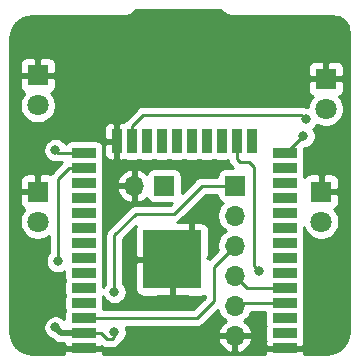
<source format=gbr>
%TF.GenerationSoftware,KiCad,Pcbnew,(5.1.6)-1*%
%TF.CreationDate,2020-09-30T20:40:37+02:00*%
%TF.ProjectId,ESP_test,4553505f-7465-4737-942e-6b696361645f,rev?*%
%TF.SameCoordinates,Original*%
%TF.FileFunction,Copper,L2,Bot*%
%TF.FilePolarity,Positive*%
%FSLAX46Y46*%
G04 Gerber Fmt 4.6, Leading zero omitted, Abs format (unit mm)*
G04 Created by KiCad (PCBNEW (5.1.6)-1) date 2020-09-30 20:40:37*
%MOMM*%
%LPD*%
G01*
G04 APERTURE LIST*
%TA.AperFunction,ComponentPad*%
%ADD10O,1.700000X1.700000*%
%TD*%
%TA.AperFunction,ComponentPad*%
%ADD11R,1.700000X1.700000*%
%TD*%
%TA.AperFunction,ComponentPad*%
%ADD12C,1.800000*%
%TD*%
%TA.AperFunction,ComponentPad*%
%ADD13R,1.800000X1.800000*%
%TD*%
%TA.AperFunction,SMDPad,CuDef*%
%ADD14R,2.000000X0.900000*%
%TD*%
%TA.AperFunction,SMDPad,CuDef*%
%ADD15R,0.900000X2.000000*%
%TD*%
%TA.AperFunction,SMDPad,CuDef*%
%ADD16R,5.000000X5.000000*%
%TD*%
%TA.AperFunction,ViaPad*%
%ADD17C,0.800000*%
%TD*%
%TA.AperFunction,Conductor*%
%ADD18C,0.500000*%
%TD*%
%TA.AperFunction,Conductor*%
%ADD19C,0.250000*%
%TD*%
%TA.AperFunction,Conductor*%
%ADD20C,0.254000*%
%TD*%
G04 APERTURE END LIST*
D10*
%TO.P,J1,6*%
%TO.N,GND*%
X139200000Y-86700000D03*
%TO.P,J1,5*%
%TO.N,TX*%
X139200000Y-84160000D03*
%TO.P,J1,4*%
%TO.N,RX*%
X139200000Y-81620000D03*
%TO.P,J1,3*%
%TO.N,EN*%
X139200000Y-79080000D03*
%TO.P,J1,2*%
%TO.N,GPIO0*%
X139200000Y-76540000D03*
D11*
%TO.P,J1,1*%
%TO.N,VCC*%
X139200000Y-74000000D03*
%TD*%
D12*
%TO.P,D4,2*%
%TO.N,Net-(D4-Pad2)*%
X146500000Y-77040000D03*
D13*
%TO.P,D4,1*%
%TO.N,GND*%
X146500000Y-74500000D03*
%TD*%
D14*
%TO.P,U1,38*%
%TO.N,GND*%
X143400000Y-87750000D03*
%TO.P,U1,37*%
%TO.N,N/C*%
X143400000Y-86480000D03*
%TO.P,U1,36*%
X143400000Y-85210000D03*
%TO.P,U1,35*%
%TO.N,TX*%
X143400000Y-83940000D03*
%TO.P,U1,34*%
%TO.N,RX*%
X143400000Y-82670000D03*
%TO.P,U1,33*%
%TO.N,N/C*%
X143400000Y-81400000D03*
%TO.P,U1,32*%
X143400000Y-80130000D03*
%TO.P,U1,31*%
X143400000Y-78860000D03*
%TO.P,U1,30*%
X143400000Y-77590000D03*
%TO.P,U1,29*%
X143400000Y-76320000D03*
%TO.P,U1,28*%
X143400000Y-75050000D03*
%TO.P,U1,27*%
X143400000Y-73780000D03*
%TO.P,U1,26*%
X143400000Y-72510000D03*
%TO.P,U1,25*%
%TO.N,GPIO0*%
X143400000Y-71240000D03*
D15*
%TO.P,U1,24*%
%TO.N,N/C*%
X140615000Y-70240000D03*
%TO.P,U1,23*%
%TO.N,LED4*%
X139345000Y-70240000D03*
%TO.P,U1,22*%
%TO.N,N/C*%
X138075000Y-70240000D03*
%TO.P,U1,21*%
X136805000Y-70240000D03*
%TO.P,U1,20*%
X135535000Y-70240000D03*
%TO.P,U1,19*%
X134265000Y-70240000D03*
%TO.P,U1,18*%
X132995000Y-70240000D03*
%TO.P,U1,17*%
X131725000Y-70240000D03*
%TO.P,U1,16*%
%TO.N,LED2*%
X130455000Y-70240000D03*
%TO.P,U1,15*%
%TO.N,GND*%
X129185000Y-70240000D03*
D14*
%TO.P,U1,14*%
%TO.N,LED*%
X126400000Y-71240000D03*
%TO.P,U1,13*%
%TO.N,LED3*%
X126400000Y-72510000D03*
%TO.P,U1,12*%
%TO.N,N/C*%
X126400000Y-73780000D03*
%TO.P,U1,11*%
X126400000Y-75050000D03*
%TO.P,U1,10*%
X126400000Y-76320000D03*
%TO.P,U1,9*%
X126400000Y-77590000D03*
%TO.P,U1,8*%
X126400000Y-78860000D03*
%TO.P,U1,7*%
X126400000Y-80130000D03*
%TO.P,U1,6*%
X126400000Y-81400000D03*
%TO.P,U1,5*%
X126400000Y-82670000D03*
%TO.P,U1,4*%
X126400000Y-83940000D03*
%TO.P,U1,3*%
%TO.N,EN*%
X126400000Y-85210000D03*
%TO.P,U1,2*%
%TO.N,VCC*%
X126400000Y-86480000D03*
%TO.P,U1,1*%
%TO.N,GND*%
X126400000Y-87750000D03*
D16*
%TO.P,U1,39*%
X133900000Y-80250000D03*
%TD*%
D12*
%TO.P,D3,2*%
%TO.N,Net-(D3-Pad2)*%
X122500000Y-77040000D03*
D13*
%TO.P,D3,1*%
%TO.N,GND*%
X122500000Y-74500000D03*
%TD*%
D12*
%TO.P,D2,2*%
%TO.N,Net-(D2-Pad2)*%
X146900000Y-67500000D03*
D13*
%TO.P,D2,1*%
%TO.N,GND*%
X146900000Y-64960000D03*
%TD*%
D12*
%TO.P,D1,2*%
%TO.N,Net-(D1-Pad2)*%
X122500000Y-67200000D03*
D13*
%TO.P,D1,1*%
%TO.N,GND*%
X122500000Y-64660000D03*
%TD*%
D10*
%TO.P,J2,2*%
%TO.N,GND*%
X130660000Y-74000000D03*
D11*
%TO.P,J2,1*%
%TO.N,Net-(C3-Pad1)*%
X133200000Y-74000000D03*
%TD*%
D17*
%TO.N,GND*%
X123800000Y-87800000D03*
X135600000Y-77000000D03*
X138000000Y-66800000D03*
X140200000Y-66600000D03*
%TO.N,GPIO0*%
X145000000Y-69800000D03*
%TO.N,VCC*%
X124000000Y-86000000D03*
X129000000Y-83000000D03*
X129000000Y-86400000D03*
%TO.N,LED*%
X124000000Y-71000000D03*
%TO.N,LED2*%
X145200000Y-68400000D03*
%TO.N,LED3*%
X124200000Y-80400000D03*
%TO.N,LED4*%
X141200000Y-81200000D03*
%TD*%
D18*
%TO.N,GND*%
X126350000Y-87800000D02*
X126400000Y-87750000D01*
X123800000Y-87800000D02*
X126350000Y-87800000D01*
X135600000Y-78550000D02*
X133900000Y-80250000D01*
X135600000Y-77000000D02*
X135600000Y-78550000D01*
D19*
X138000000Y-66800000D02*
X140000000Y-66800000D01*
X140000000Y-66800000D02*
X140200000Y-66600000D01*
%TO.N,RX*%
X140250000Y-82670000D02*
X143400000Y-82670000D01*
X139200000Y-81620000D02*
X140250000Y-82670000D01*
%TO.N,TX*%
X139200000Y-84160000D02*
X139240000Y-84160000D01*
X139460000Y-83940000D02*
X143400000Y-83940000D01*
X139240000Y-84160000D02*
X139460000Y-83940000D01*
%TO.N,GPIO0*%
X143400000Y-71240000D02*
X143560000Y-71240000D01*
X143560000Y-71240000D02*
X145000000Y-69800000D01*
D18*
%TO.N,VCC*%
X124480000Y-86480000D02*
X126400000Y-86480000D01*
X124000000Y-86000000D02*
X124480000Y-86480000D01*
D19*
X139200000Y-74000000D02*
X136400000Y-74000000D01*
X136400000Y-74000000D02*
X134000000Y-76400000D01*
X134000000Y-76400000D02*
X130800000Y-76400000D01*
X130800000Y-76400000D02*
X129000000Y-78200000D01*
X129000000Y-78200000D02*
X129000000Y-83000000D01*
X129000000Y-86400000D02*
X129000000Y-86800000D01*
X129000000Y-86800000D02*
X128800000Y-87000000D01*
X128800000Y-87000000D02*
X128400000Y-87000000D01*
X127880000Y-86480000D02*
X126400000Y-86480000D01*
X128400000Y-87000000D02*
X127880000Y-86480000D01*
%TO.N,LED*%
X126400000Y-71240000D02*
X124240000Y-71240000D01*
X124240000Y-71240000D02*
X124000000Y-71000000D01*
%TO.N,EN*%
X134525002Y-85210000D02*
X134535002Y-85200000D01*
X126400000Y-85210000D02*
X134525002Y-85210000D01*
X134535002Y-85200000D02*
X136000000Y-85200000D01*
X136000000Y-85200000D02*
X137400000Y-83800000D01*
X137400000Y-80880000D02*
X139200000Y-79080000D01*
X137400000Y-83800000D02*
X137400000Y-80880000D01*
%TO.N,LED2*%
X130455000Y-68990000D02*
X131445000Y-68000000D01*
X130455000Y-70240000D02*
X130455000Y-68990000D01*
X131445000Y-68000000D02*
X144800000Y-68000000D01*
X144800000Y-68000000D02*
X145200000Y-68400000D01*
%TO.N,LED3*%
X125150000Y-72510000D02*
X124200000Y-73460000D01*
X126400000Y-72510000D02*
X125150000Y-72510000D01*
X124200000Y-73460000D02*
X124200000Y-80400000D01*
%TO.N,LED4*%
X139345000Y-71745000D02*
X139345000Y-70240000D01*
X140800000Y-80800000D02*
X140800000Y-72400000D01*
X141200000Y-81200000D02*
X140800000Y-80800000D01*
X140800000Y-72400000D02*
X140400000Y-72000000D01*
X139600000Y-72000000D02*
X139345000Y-71745000D01*
X140400000Y-72000000D02*
X139600000Y-72000000D01*
%TD*%
D20*
%TO.N,GND*%
G36*
X138027753Y-59188356D02*
G01*
X138070209Y-59230517D01*
X138112054Y-59273247D01*
X138119154Y-59279121D01*
X138240148Y-59377801D01*
X138289983Y-59410911D01*
X138339329Y-59444699D01*
X138347435Y-59449082D01*
X138485293Y-59522382D01*
X138540564Y-59545163D01*
X138595581Y-59568744D01*
X138604380Y-59571467D01*
X138604386Y-59571469D01*
X138753854Y-59616595D01*
X138812519Y-59628211D01*
X138871043Y-59640651D01*
X138880208Y-59641614D01*
X139035594Y-59656850D01*
X139035598Y-59656850D01*
X139067581Y-59660000D01*
X147467721Y-59660000D01*
X147759659Y-59688625D01*
X148009429Y-59764035D01*
X148239792Y-59886522D01*
X148441980Y-60051422D01*
X148608286Y-60252450D01*
X148732378Y-60481954D01*
X148809531Y-60731195D01*
X148840000Y-61021089D01*
X148840001Y-86367711D01*
X148801853Y-86756776D01*
X148698238Y-87099964D01*
X148529939Y-87416489D01*
X148303365Y-87694296D01*
X148027146Y-87922805D01*
X147711803Y-88093310D01*
X147369344Y-88199319D01*
X146982288Y-88240000D01*
X145034132Y-88240000D01*
X145038072Y-88200000D01*
X145035000Y-88035750D01*
X144876250Y-87877000D01*
X143527000Y-87877000D01*
X143527000Y-87897000D01*
X143273000Y-87897000D01*
X143273000Y-87877000D01*
X141923750Y-87877000D01*
X141765000Y-88035750D01*
X141761928Y-88200000D01*
X141765868Y-88240000D01*
X128034132Y-88240000D01*
X128038072Y-88200000D01*
X128035000Y-88035750D01*
X127876250Y-87877000D01*
X126527000Y-87877000D01*
X126527000Y-87897000D01*
X126273000Y-87897000D01*
X126273000Y-87877000D01*
X124923750Y-87877000D01*
X124765000Y-88035750D01*
X124761928Y-88200000D01*
X124765868Y-88240000D01*
X122032279Y-88240000D01*
X121643224Y-88201853D01*
X121300036Y-88098238D01*
X120983511Y-87929939D01*
X120705704Y-87703365D01*
X120477195Y-87427146D01*
X120306690Y-87111803D01*
X120200681Y-86769344D01*
X120160000Y-86382288D01*
X120160000Y-75400000D01*
X120961928Y-75400000D01*
X120974188Y-75524482D01*
X121010498Y-75644180D01*
X121069463Y-75754494D01*
X121148815Y-75851185D01*
X121245506Y-75930537D01*
X121355820Y-75989502D01*
X121374127Y-75995056D01*
X121307688Y-76061495D01*
X121139701Y-76312905D01*
X121023989Y-76592257D01*
X120965000Y-76888816D01*
X120965000Y-77191184D01*
X121023989Y-77487743D01*
X121139701Y-77767095D01*
X121307688Y-78018505D01*
X121521495Y-78232312D01*
X121772905Y-78400299D01*
X122052257Y-78516011D01*
X122348816Y-78575000D01*
X122651184Y-78575000D01*
X122947743Y-78516011D01*
X123227095Y-78400299D01*
X123440001Y-78258040D01*
X123440001Y-79696288D01*
X123396063Y-79740226D01*
X123282795Y-79909744D01*
X123204774Y-80098102D01*
X123165000Y-80298061D01*
X123165000Y-80501939D01*
X123204774Y-80701898D01*
X123282795Y-80890256D01*
X123396063Y-81059774D01*
X123540226Y-81203937D01*
X123709744Y-81317205D01*
X123898102Y-81395226D01*
X124098061Y-81435000D01*
X124301939Y-81435000D01*
X124501898Y-81395226D01*
X124690256Y-81317205D01*
X124761928Y-81269315D01*
X124761928Y-81850000D01*
X124774188Y-81974482D01*
X124792546Y-82035000D01*
X124774188Y-82095518D01*
X124761928Y-82220000D01*
X124761928Y-83120000D01*
X124774188Y-83244482D01*
X124792546Y-83305000D01*
X124774188Y-83365518D01*
X124761928Y-83490000D01*
X124761928Y-84390000D01*
X124774188Y-84514482D01*
X124792546Y-84575000D01*
X124774188Y-84635518D01*
X124761928Y-84760000D01*
X124761928Y-85298217D01*
X124659774Y-85196063D01*
X124490256Y-85082795D01*
X124301898Y-85004774D01*
X124101939Y-84965000D01*
X123898061Y-84965000D01*
X123698102Y-85004774D01*
X123509744Y-85082795D01*
X123340226Y-85196063D01*
X123196063Y-85340226D01*
X123082795Y-85509744D01*
X123004774Y-85698102D01*
X122965000Y-85898061D01*
X122965000Y-86101939D01*
X123004774Y-86301898D01*
X123082795Y-86490256D01*
X123196063Y-86659774D01*
X123340226Y-86803937D01*
X123509744Y-86917205D01*
X123698102Y-86995226D01*
X123754957Y-87006535D01*
X123823466Y-87075044D01*
X123851183Y-87108817D01*
X123985941Y-87219411D01*
X124003887Y-87229003D01*
X124139686Y-87301589D01*
X124266312Y-87340001D01*
X124306510Y-87352195D01*
X124436523Y-87365000D01*
X124436531Y-87365000D01*
X124480000Y-87369281D01*
X124523469Y-87365000D01*
X124763144Y-87365000D01*
X124765000Y-87464250D01*
X124923750Y-87623000D01*
X126273000Y-87623000D01*
X126273000Y-87603000D01*
X126527000Y-87603000D01*
X126527000Y-87623000D01*
X127876250Y-87623000D01*
X127914512Y-87584738D01*
X127975723Y-87634974D01*
X128107753Y-87705546D01*
X128251014Y-87749003D01*
X128362667Y-87760000D01*
X128362676Y-87760000D01*
X128399999Y-87763676D01*
X128437322Y-87760000D01*
X128762678Y-87760000D01*
X128800000Y-87763676D01*
X128837322Y-87760000D01*
X128837333Y-87760000D01*
X128948986Y-87749003D01*
X129092247Y-87705546D01*
X129224276Y-87634974D01*
X129340001Y-87540001D01*
X129363804Y-87510997D01*
X129510997Y-87363804D01*
X129540001Y-87340001D01*
X129634974Y-87224276D01*
X129638107Y-87218414D01*
X129659774Y-87203937D01*
X129803937Y-87059774D01*
X129805864Y-87056890D01*
X137758524Y-87056890D01*
X137803175Y-87204099D01*
X137928359Y-87466920D01*
X138102412Y-87700269D01*
X138318645Y-87895178D01*
X138568748Y-88044157D01*
X138843109Y-88141481D01*
X139073000Y-88020814D01*
X139073000Y-86827000D01*
X139327000Y-86827000D01*
X139327000Y-88020814D01*
X139556891Y-88141481D01*
X139831252Y-88044157D01*
X140081355Y-87895178D01*
X140297588Y-87700269D01*
X140471641Y-87466920D01*
X140596825Y-87204099D01*
X140641476Y-87056890D01*
X140520155Y-86827000D01*
X139327000Y-86827000D01*
X139073000Y-86827000D01*
X137879845Y-86827000D01*
X137758524Y-87056890D01*
X129805864Y-87056890D01*
X129917205Y-86890256D01*
X129995226Y-86701898D01*
X130035000Y-86501939D01*
X130035000Y-86298061D01*
X129995226Y-86098102D01*
X129942164Y-85970000D01*
X134487680Y-85970000D01*
X134525002Y-85973676D01*
X134562324Y-85970000D01*
X134562335Y-85970000D01*
X134663865Y-85960000D01*
X135962678Y-85960000D01*
X136000000Y-85963676D01*
X136037322Y-85960000D01*
X136037333Y-85960000D01*
X136148986Y-85949003D01*
X136292247Y-85905546D01*
X136424276Y-85834974D01*
X136540001Y-85740001D01*
X136563804Y-85710997D01*
X137757066Y-84517736D01*
X137772068Y-84593158D01*
X137884010Y-84863411D01*
X138046525Y-85106632D01*
X138253368Y-85313475D01*
X138435534Y-85435195D01*
X138318645Y-85504822D01*
X138102412Y-85699731D01*
X137928359Y-85933080D01*
X137803175Y-86195901D01*
X137758524Y-86343110D01*
X137879845Y-86573000D01*
X139073000Y-86573000D01*
X139073000Y-86553000D01*
X139327000Y-86553000D01*
X139327000Y-86573000D01*
X140520155Y-86573000D01*
X140641476Y-86343110D01*
X140596825Y-86195901D01*
X140471641Y-85933080D01*
X140297588Y-85699731D01*
X140081355Y-85504822D01*
X139964466Y-85435195D01*
X140146632Y-85313475D01*
X140353475Y-85106632D01*
X140515990Y-84863411D01*
X140583677Y-84700000D01*
X141767837Y-84700000D01*
X141761928Y-84760000D01*
X141761928Y-85660000D01*
X141774188Y-85784482D01*
X141792546Y-85845000D01*
X141774188Y-85905518D01*
X141761928Y-86030000D01*
X141761928Y-86930000D01*
X141774188Y-87054482D01*
X141792546Y-87115000D01*
X141774188Y-87175518D01*
X141761928Y-87300000D01*
X141765000Y-87464250D01*
X141923750Y-87623000D01*
X143273000Y-87623000D01*
X143273000Y-87603000D01*
X143527000Y-87603000D01*
X143527000Y-87623000D01*
X144876250Y-87623000D01*
X145035000Y-87464250D01*
X145038072Y-87300000D01*
X145025812Y-87175518D01*
X145007454Y-87115000D01*
X145025812Y-87054482D01*
X145038072Y-86930000D01*
X145038072Y-86030000D01*
X145025812Y-85905518D01*
X145007454Y-85845000D01*
X145025812Y-85784482D01*
X145038072Y-85660000D01*
X145038072Y-84760000D01*
X145025812Y-84635518D01*
X145007454Y-84575000D01*
X145025812Y-84514482D01*
X145038072Y-84390000D01*
X145038072Y-83490000D01*
X145025812Y-83365518D01*
X145007454Y-83305000D01*
X145025812Y-83244482D01*
X145038072Y-83120000D01*
X145038072Y-82220000D01*
X145025812Y-82095518D01*
X145007454Y-82035000D01*
X145025812Y-81974482D01*
X145038072Y-81850000D01*
X145038072Y-80950000D01*
X145025812Y-80825518D01*
X145007454Y-80765000D01*
X145025812Y-80704482D01*
X145038072Y-80580000D01*
X145038072Y-79680000D01*
X145025812Y-79555518D01*
X145007454Y-79495000D01*
X145025812Y-79434482D01*
X145038072Y-79310000D01*
X145038072Y-78410000D01*
X145025812Y-78285518D01*
X145007454Y-78225000D01*
X145025812Y-78164482D01*
X145038072Y-78040000D01*
X145038072Y-77521742D01*
X145139701Y-77767095D01*
X145307688Y-78018505D01*
X145521495Y-78232312D01*
X145772905Y-78400299D01*
X146052257Y-78516011D01*
X146348816Y-78575000D01*
X146651184Y-78575000D01*
X146947743Y-78516011D01*
X147227095Y-78400299D01*
X147478505Y-78232312D01*
X147692312Y-78018505D01*
X147860299Y-77767095D01*
X147976011Y-77487743D01*
X148035000Y-77191184D01*
X148035000Y-76888816D01*
X147976011Y-76592257D01*
X147860299Y-76312905D01*
X147692312Y-76061495D01*
X147625873Y-75995056D01*
X147644180Y-75989502D01*
X147754494Y-75930537D01*
X147851185Y-75851185D01*
X147930537Y-75754494D01*
X147989502Y-75644180D01*
X148025812Y-75524482D01*
X148038072Y-75400000D01*
X148035000Y-74785750D01*
X147876250Y-74627000D01*
X146627000Y-74627000D01*
X146627000Y-74647000D01*
X146373000Y-74647000D01*
X146373000Y-74627000D01*
X146353000Y-74627000D01*
X146353000Y-74373000D01*
X146373000Y-74373000D01*
X146373000Y-73123750D01*
X146627000Y-73123750D01*
X146627000Y-74373000D01*
X147876250Y-74373000D01*
X148035000Y-74214250D01*
X148038072Y-73600000D01*
X148025812Y-73475518D01*
X147989502Y-73355820D01*
X147930537Y-73245506D01*
X147851185Y-73148815D01*
X147754494Y-73069463D01*
X147644180Y-73010498D01*
X147524482Y-72974188D01*
X147400000Y-72961928D01*
X146785750Y-72965000D01*
X146627000Y-73123750D01*
X146373000Y-73123750D01*
X146214250Y-72965000D01*
X145600000Y-72961928D01*
X145475518Y-72974188D01*
X145355820Y-73010498D01*
X145245506Y-73069463D01*
X145148815Y-73148815D01*
X145069463Y-73245506D01*
X145035929Y-73308242D01*
X145025812Y-73205518D01*
X145007454Y-73145000D01*
X145025812Y-73084482D01*
X145038072Y-72960000D01*
X145038072Y-72060000D01*
X145025812Y-71935518D01*
X145007454Y-71875000D01*
X145025812Y-71814482D01*
X145038072Y-71690000D01*
X145038072Y-70836730D01*
X145039802Y-70835000D01*
X145101939Y-70835000D01*
X145301898Y-70795226D01*
X145490256Y-70717205D01*
X145659774Y-70603937D01*
X145803937Y-70459774D01*
X145917205Y-70290256D01*
X145995226Y-70101898D01*
X146035000Y-69901939D01*
X146035000Y-69698061D01*
X145995226Y-69498102D01*
X145917205Y-69309744D01*
X145850602Y-69210065D01*
X145859774Y-69203937D01*
X146003937Y-69059774D01*
X146117205Y-68890256D01*
X146138998Y-68837643D01*
X146172905Y-68860299D01*
X146452257Y-68976011D01*
X146748816Y-69035000D01*
X147051184Y-69035000D01*
X147347743Y-68976011D01*
X147627095Y-68860299D01*
X147878505Y-68692312D01*
X148092312Y-68478505D01*
X148260299Y-68227095D01*
X148376011Y-67947743D01*
X148435000Y-67651184D01*
X148435000Y-67348816D01*
X148376011Y-67052257D01*
X148260299Y-66772905D01*
X148092312Y-66521495D01*
X148025873Y-66455056D01*
X148044180Y-66449502D01*
X148154494Y-66390537D01*
X148251185Y-66311185D01*
X148330537Y-66214494D01*
X148389502Y-66104180D01*
X148425812Y-65984482D01*
X148438072Y-65860000D01*
X148435000Y-65245750D01*
X148276250Y-65087000D01*
X147027000Y-65087000D01*
X147027000Y-65107000D01*
X146773000Y-65107000D01*
X146773000Y-65087000D01*
X145523750Y-65087000D01*
X145365000Y-65245750D01*
X145361928Y-65860000D01*
X145374188Y-65984482D01*
X145410498Y-66104180D01*
X145469463Y-66214494D01*
X145548815Y-66311185D01*
X145645506Y-66390537D01*
X145755820Y-66449502D01*
X145774127Y-66455056D01*
X145707688Y-66521495D01*
X145539701Y-66772905D01*
X145423989Y-67052257D01*
X145365000Y-67348816D01*
X145365000Y-67377544D01*
X145301939Y-67365000D01*
X145224227Y-67365000D01*
X145092247Y-67294454D01*
X144948986Y-67250997D01*
X144837333Y-67240000D01*
X144837322Y-67240000D01*
X144800000Y-67236324D01*
X144762678Y-67240000D01*
X131482322Y-67240000D01*
X131444999Y-67236324D01*
X131407676Y-67240000D01*
X131407667Y-67240000D01*
X131296014Y-67250997D01*
X131152753Y-67294454D01*
X131020724Y-67365026D01*
X131020722Y-67365027D01*
X131020723Y-67365027D01*
X130933996Y-67436201D01*
X130933992Y-67436205D01*
X130904999Y-67459999D01*
X130881205Y-67488992D01*
X129943998Y-68426201D01*
X129915000Y-68449999D01*
X129891202Y-68478997D01*
X129891201Y-68478998D01*
X129820026Y-68565724D01*
X129789288Y-68623230D01*
X129759482Y-68614188D01*
X129635000Y-68601928D01*
X129470750Y-68605000D01*
X129312000Y-68763750D01*
X129312000Y-70113000D01*
X129332000Y-70113000D01*
X129332000Y-70367000D01*
X129312000Y-70367000D01*
X129312000Y-71716250D01*
X129470750Y-71875000D01*
X129635000Y-71878072D01*
X129759482Y-71865812D01*
X129820000Y-71847454D01*
X129880518Y-71865812D01*
X130005000Y-71878072D01*
X130905000Y-71878072D01*
X131029482Y-71865812D01*
X131090000Y-71847454D01*
X131150518Y-71865812D01*
X131275000Y-71878072D01*
X132175000Y-71878072D01*
X132299482Y-71865812D01*
X132360000Y-71847454D01*
X132420518Y-71865812D01*
X132545000Y-71878072D01*
X133445000Y-71878072D01*
X133569482Y-71865812D01*
X133630000Y-71847454D01*
X133690518Y-71865812D01*
X133815000Y-71878072D01*
X134715000Y-71878072D01*
X134839482Y-71865812D01*
X134900000Y-71847454D01*
X134960518Y-71865812D01*
X135085000Y-71878072D01*
X135985000Y-71878072D01*
X136109482Y-71865812D01*
X136170000Y-71847454D01*
X136230518Y-71865812D01*
X136355000Y-71878072D01*
X137255000Y-71878072D01*
X137379482Y-71865812D01*
X137440000Y-71847454D01*
X137500518Y-71865812D01*
X137625000Y-71878072D01*
X138525000Y-71878072D01*
X138593763Y-71871300D01*
X138595997Y-71893985D01*
X138628156Y-72000000D01*
X138639454Y-72037246D01*
X138710026Y-72169276D01*
X138749811Y-72217754D01*
X138804999Y-72285001D01*
X138834002Y-72308803D01*
X139036200Y-72511002D01*
X139036960Y-72511928D01*
X138350000Y-72511928D01*
X138225518Y-72524188D01*
X138105820Y-72560498D01*
X137995506Y-72619463D01*
X137898815Y-72698815D01*
X137819463Y-72795506D01*
X137760498Y-72905820D01*
X137724188Y-73025518D01*
X137711928Y-73150000D01*
X137711928Y-73240000D01*
X136437333Y-73240000D01*
X136400000Y-73236323D01*
X136362667Y-73240000D01*
X136251014Y-73250997D01*
X136107753Y-73294454D01*
X135975724Y-73365026D01*
X135859999Y-73459999D01*
X135836201Y-73488997D01*
X134688072Y-74637126D01*
X134688072Y-73150000D01*
X134675812Y-73025518D01*
X134639502Y-72905820D01*
X134580537Y-72795506D01*
X134501185Y-72698815D01*
X134404494Y-72619463D01*
X134294180Y-72560498D01*
X134174482Y-72524188D01*
X134050000Y-72511928D01*
X132350000Y-72511928D01*
X132225518Y-72524188D01*
X132105820Y-72560498D01*
X131995506Y-72619463D01*
X131898815Y-72698815D01*
X131819463Y-72795506D01*
X131760498Y-72905820D01*
X131736034Y-72986466D01*
X131660269Y-72902412D01*
X131426920Y-72728359D01*
X131164099Y-72603175D01*
X131016890Y-72558524D01*
X130787000Y-72679845D01*
X130787000Y-73873000D01*
X130807000Y-73873000D01*
X130807000Y-74127000D01*
X130787000Y-74127000D01*
X130787000Y-75320155D01*
X131016890Y-75441476D01*
X131164099Y-75396825D01*
X131426920Y-75271641D01*
X131660269Y-75097588D01*
X131736034Y-75013534D01*
X131760498Y-75094180D01*
X131819463Y-75204494D01*
X131898815Y-75301185D01*
X131995506Y-75380537D01*
X132105820Y-75439502D01*
X132225518Y-75475812D01*
X132350000Y-75488072D01*
X133837127Y-75488072D01*
X133685199Y-75640000D01*
X130837322Y-75640000D01*
X130799999Y-75636324D01*
X130762676Y-75640000D01*
X130762667Y-75640000D01*
X130651014Y-75650997D01*
X130507753Y-75694454D01*
X130375724Y-75765026D01*
X130375722Y-75765027D01*
X130375723Y-75765027D01*
X130288996Y-75836201D01*
X130288992Y-75836205D01*
X130259999Y-75859999D01*
X130236205Y-75888992D01*
X128489002Y-77636197D01*
X128459999Y-77659999D01*
X128404871Y-77727174D01*
X128365026Y-77775724D01*
X128360502Y-77784188D01*
X128294454Y-77907754D01*
X128250997Y-78051015D01*
X128240000Y-78162668D01*
X128240000Y-78162678D01*
X128236324Y-78200000D01*
X128240000Y-78237323D01*
X128240001Y-82296288D01*
X128196063Y-82340226D01*
X128082795Y-82509744D01*
X128038072Y-82617714D01*
X128038072Y-82220000D01*
X128025812Y-82095518D01*
X128007454Y-82035000D01*
X128025812Y-81974482D01*
X128038072Y-81850000D01*
X128038072Y-80950000D01*
X128025812Y-80825518D01*
X128007454Y-80765000D01*
X128025812Y-80704482D01*
X128038072Y-80580000D01*
X128038072Y-79680000D01*
X128025812Y-79555518D01*
X128007454Y-79495000D01*
X128025812Y-79434482D01*
X128038072Y-79310000D01*
X128038072Y-78410000D01*
X128025812Y-78285518D01*
X128007454Y-78225000D01*
X128025812Y-78164482D01*
X128038072Y-78040000D01*
X128038072Y-77140000D01*
X128025812Y-77015518D01*
X128007454Y-76955000D01*
X128025812Y-76894482D01*
X128038072Y-76770000D01*
X128038072Y-75870000D01*
X128025812Y-75745518D01*
X128007454Y-75685000D01*
X128025812Y-75624482D01*
X128038072Y-75500000D01*
X128038072Y-74600000D01*
X128025812Y-74475518D01*
X128007454Y-74415000D01*
X128025081Y-74356891D01*
X129218519Y-74356891D01*
X129315843Y-74631252D01*
X129464822Y-74881355D01*
X129659731Y-75097588D01*
X129893080Y-75271641D01*
X130155901Y-75396825D01*
X130303110Y-75441476D01*
X130533000Y-75320155D01*
X130533000Y-74127000D01*
X129339186Y-74127000D01*
X129218519Y-74356891D01*
X128025081Y-74356891D01*
X128025812Y-74354482D01*
X128038072Y-74230000D01*
X128038072Y-73643109D01*
X129218519Y-73643109D01*
X129339186Y-73873000D01*
X130533000Y-73873000D01*
X130533000Y-72679845D01*
X130303110Y-72558524D01*
X130155901Y-72603175D01*
X129893080Y-72728359D01*
X129659731Y-72902412D01*
X129464822Y-73118645D01*
X129315843Y-73368748D01*
X129218519Y-73643109D01*
X128038072Y-73643109D01*
X128038072Y-73330000D01*
X128025812Y-73205518D01*
X128007454Y-73145000D01*
X128025812Y-73084482D01*
X128038072Y-72960000D01*
X128038072Y-72060000D01*
X128025812Y-71935518D01*
X128007454Y-71875000D01*
X128025812Y-71814482D01*
X128038072Y-71690000D01*
X128038072Y-71240000D01*
X128096928Y-71240000D01*
X128109188Y-71364482D01*
X128145498Y-71484180D01*
X128204463Y-71594494D01*
X128283815Y-71691185D01*
X128380506Y-71770537D01*
X128490820Y-71829502D01*
X128610518Y-71865812D01*
X128735000Y-71878072D01*
X128899250Y-71875000D01*
X129058000Y-71716250D01*
X129058000Y-70367000D01*
X128258750Y-70367000D01*
X128100000Y-70525750D01*
X128096928Y-71240000D01*
X128038072Y-71240000D01*
X128038072Y-70790000D01*
X128025812Y-70665518D01*
X127989502Y-70545820D01*
X127930537Y-70435506D01*
X127851185Y-70338815D01*
X127754494Y-70259463D01*
X127644180Y-70200498D01*
X127524482Y-70164188D01*
X127400000Y-70151928D01*
X125400000Y-70151928D01*
X125275518Y-70164188D01*
X125155820Y-70200498D01*
X125045506Y-70259463D01*
X124948815Y-70338815D01*
X124869463Y-70435506D01*
X124868635Y-70437054D01*
X124803937Y-70340226D01*
X124659774Y-70196063D01*
X124490256Y-70082795D01*
X124301898Y-70004774D01*
X124101939Y-69965000D01*
X123898061Y-69965000D01*
X123698102Y-70004774D01*
X123509744Y-70082795D01*
X123340226Y-70196063D01*
X123196063Y-70340226D01*
X123082795Y-70509744D01*
X123004774Y-70698102D01*
X122965000Y-70898061D01*
X122965000Y-71101939D01*
X123004774Y-71301898D01*
X123082795Y-71490256D01*
X123196063Y-71659774D01*
X123340226Y-71803937D01*
X123509744Y-71917205D01*
X123698102Y-71995226D01*
X123898061Y-72035000D01*
X124101939Y-72035000D01*
X124277897Y-72000000D01*
X124585198Y-72000000D01*
X123689002Y-72896196D01*
X123659999Y-72919999D01*
X123624054Y-72963799D01*
X123597380Y-72996301D01*
X123524482Y-72974188D01*
X123400000Y-72961928D01*
X122785750Y-72965000D01*
X122627000Y-73123750D01*
X122627000Y-74373000D01*
X122647000Y-74373000D01*
X122647000Y-74627000D01*
X122627000Y-74627000D01*
X122627000Y-74647000D01*
X122373000Y-74647000D01*
X122373000Y-74627000D01*
X121123750Y-74627000D01*
X120965000Y-74785750D01*
X120961928Y-75400000D01*
X120160000Y-75400000D01*
X120160000Y-73600000D01*
X120961928Y-73600000D01*
X120965000Y-74214250D01*
X121123750Y-74373000D01*
X122373000Y-74373000D01*
X122373000Y-73123750D01*
X122214250Y-72965000D01*
X121600000Y-72961928D01*
X121475518Y-72974188D01*
X121355820Y-73010498D01*
X121245506Y-73069463D01*
X121148815Y-73148815D01*
X121069463Y-73245506D01*
X121010498Y-73355820D01*
X120974188Y-73475518D01*
X120961928Y-73600000D01*
X120160000Y-73600000D01*
X120160000Y-69240000D01*
X128096928Y-69240000D01*
X128100000Y-69954250D01*
X128258750Y-70113000D01*
X129058000Y-70113000D01*
X129058000Y-68763750D01*
X128899250Y-68605000D01*
X128735000Y-68601928D01*
X128610518Y-68614188D01*
X128490820Y-68650498D01*
X128380506Y-68709463D01*
X128283815Y-68788815D01*
X128204463Y-68885506D01*
X128145498Y-68995820D01*
X128109188Y-69115518D01*
X128096928Y-69240000D01*
X120160000Y-69240000D01*
X120160000Y-65560000D01*
X120961928Y-65560000D01*
X120974188Y-65684482D01*
X121010498Y-65804180D01*
X121069463Y-65914494D01*
X121148815Y-66011185D01*
X121245506Y-66090537D01*
X121355820Y-66149502D01*
X121374127Y-66155056D01*
X121307688Y-66221495D01*
X121139701Y-66472905D01*
X121023989Y-66752257D01*
X120965000Y-67048816D01*
X120965000Y-67351184D01*
X121023989Y-67647743D01*
X121139701Y-67927095D01*
X121307688Y-68178505D01*
X121521495Y-68392312D01*
X121772905Y-68560299D01*
X122052257Y-68676011D01*
X122348816Y-68735000D01*
X122651184Y-68735000D01*
X122947743Y-68676011D01*
X123227095Y-68560299D01*
X123478505Y-68392312D01*
X123692312Y-68178505D01*
X123860299Y-67927095D01*
X123976011Y-67647743D01*
X124035000Y-67351184D01*
X124035000Y-67048816D01*
X123976011Y-66752257D01*
X123860299Y-66472905D01*
X123692312Y-66221495D01*
X123625873Y-66155056D01*
X123644180Y-66149502D01*
X123754494Y-66090537D01*
X123851185Y-66011185D01*
X123930537Y-65914494D01*
X123989502Y-65804180D01*
X124025812Y-65684482D01*
X124038072Y-65560000D01*
X124035000Y-64945750D01*
X123876250Y-64787000D01*
X122627000Y-64787000D01*
X122627000Y-64807000D01*
X122373000Y-64807000D01*
X122373000Y-64787000D01*
X121123750Y-64787000D01*
X120965000Y-64945750D01*
X120961928Y-65560000D01*
X120160000Y-65560000D01*
X120160000Y-63760000D01*
X120961928Y-63760000D01*
X120965000Y-64374250D01*
X121123750Y-64533000D01*
X122373000Y-64533000D01*
X122373000Y-63283750D01*
X122627000Y-63283750D01*
X122627000Y-64533000D01*
X123876250Y-64533000D01*
X124035000Y-64374250D01*
X124036571Y-64060000D01*
X145361928Y-64060000D01*
X145365000Y-64674250D01*
X145523750Y-64833000D01*
X146773000Y-64833000D01*
X146773000Y-63583750D01*
X147027000Y-63583750D01*
X147027000Y-64833000D01*
X148276250Y-64833000D01*
X148435000Y-64674250D01*
X148438072Y-64060000D01*
X148425812Y-63935518D01*
X148389502Y-63815820D01*
X148330537Y-63705506D01*
X148251185Y-63608815D01*
X148154494Y-63529463D01*
X148044180Y-63470498D01*
X147924482Y-63434188D01*
X147800000Y-63421928D01*
X147185750Y-63425000D01*
X147027000Y-63583750D01*
X146773000Y-63583750D01*
X146614250Y-63425000D01*
X146000000Y-63421928D01*
X145875518Y-63434188D01*
X145755820Y-63470498D01*
X145645506Y-63529463D01*
X145548815Y-63608815D01*
X145469463Y-63705506D01*
X145410498Y-63815820D01*
X145374188Y-63935518D01*
X145361928Y-64060000D01*
X124036571Y-64060000D01*
X124038072Y-63760000D01*
X124025812Y-63635518D01*
X123989502Y-63515820D01*
X123930537Y-63405506D01*
X123851185Y-63308815D01*
X123754494Y-63229463D01*
X123644180Y-63170498D01*
X123524482Y-63134188D01*
X123400000Y-63121928D01*
X122785750Y-63125000D01*
X122627000Y-63283750D01*
X122373000Y-63283750D01*
X122214250Y-63125000D01*
X121600000Y-63121928D01*
X121475518Y-63134188D01*
X121355820Y-63170498D01*
X121245506Y-63229463D01*
X121148815Y-63308815D01*
X121069463Y-63405506D01*
X121010498Y-63515820D01*
X120974188Y-63635518D01*
X120961928Y-63760000D01*
X120160000Y-63760000D01*
X120160000Y-61532279D01*
X120198147Y-61143225D01*
X120301763Y-60800033D01*
X120470062Y-60483511D01*
X120696637Y-60205701D01*
X120972856Y-59977194D01*
X121288197Y-59806690D01*
X121630656Y-59700681D01*
X122017712Y-59660000D01*
X129732419Y-59660000D01*
X129829383Y-59650450D01*
X129832228Y-59649587D01*
X129921570Y-59639981D01*
X129979355Y-59627975D01*
X130037359Y-59616911D01*
X130046181Y-59614247D01*
X130194893Y-59568213D01*
X130250036Y-59545033D01*
X130305501Y-59522624D01*
X130313638Y-59518297D01*
X130450575Y-59444255D01*
X130500132Y-59410828D01*
X130550222Y-59378051D01*
X130557363Y-59372227D01*
X130677312Y-59272997D01*
X130719470Y-59230544D01*
X130762203Y-59188697D01*
X130768071Y-59181602D01*
X130768076Y-59181597D01*
X130768080Y-59181592D01*
X130812604Y-59127000D01*
X137976996Y-59127000D01*
X138027753Y-59188356D01*
G37*
X138027753Y-59188356D02*
X138070209Y-59230517D01*
X138112054Y-59273247D01*
X138119154Y-59279121D01*
X138240148Y-59377801D01*
X138289983Y-59410911D01*
X138339329Y-59444699D01*
X138347435Y-59449082D01*
X138485293Y-59522382D01*
X138540564Y-59545163D01*
X138595581Y-59568744D01*
X138604380Y-59571467D01*
X138604386Y-59571469D01*
X138753854Y-59616595D01*
X138812519Y-59628211D01*
X138871043Y-59640651D01*
X138880208Y-59641614D01*
X139035594Y-59656850D01*
X139035598Y-59656850D01*
X139067581Y-59660000D01*
X147467721Y-59660000D01*
X147759659Y-59688625D01*
X148009429Y-59764035D01*
X148239792Y-59886522D01*
X148441980Y-60051422D01*
X148608286Y-60252450D01*
X148732378Y-60481954D01*
X148809531Y-60731195D01*
X148840000Y-61021089D01*
X148840001Y-86367711D01*
X148801853Y-86756776D01*
X148698238Y-87099964D01*
X148529939Y-87416489D01*
X148303365Y-87694296D01*
X148027146Y-87922805D01*
X147711803Y-88093310D01*
X147369344Y-88199319D01*
X146982288Y-88240000D01*
X145034132Y-88240000D01*
X145038072Y-88200000D01*
X145035000Y-88035750D01*
X144876250Y-87877000D01*
X143527000Y-87877000D01*
X143527000Y-87897000D01*
X143273000Y-87897000D01*
X143273000Y-87877000D01*
X141923750Y-87877000D01*
X141765000Y-88035750D01*
X141761928Y-88200000D01*
X141765868Y-88240000D01*
X128034132Y-88240000D01*
X128038072Y-88200000D01*
X128035000Y-88035750D01*
X127876250Y-87877000D01*
X126527000Y-87877000D01*
X126527000Y-87897000D01*
X126273000Y-87897000D01*
X126273000Y-87877000D01*
X124923750Y-87877000D01*
X124765000Y-88035750D01*
X124761928Y-88200000D01*
X124765868Y-88240000D01*
X122032279Y-88240000D01*
X121643224Y-88201853D01*
X121300036Y-88098238D01*
X120983511Y-87929939D01*
X120705704Y-87703365D01*
X120477195Y-87427146D01*
X120306690Y-87111803D01*
X120200681Y-86769344D01*
X120160000Y-86382288D01*
X120160000Y-75400000D01*
X120961928Y-75400000D01*
X120974188Y-75524482D01*
X121010498Y-75644180D01*
X121069463Y-75754494D01*
X121148815Y-75851185D01*
X121245506Y-75930537D01*
X121355820Y-75989502D01*
X121374127Y-75995056D01*
X121307688Y-76061495D01*
X121139701Y-76312905D01*
X121023989Y-76592257D01*
X120965000Y-76888816D01*
X120965000Y-77191184D01*
X121023989Y-77487743D01*
X121139701Y-77767095D01*
X121307688Y-78018505D01*
X121521495Y-78232312D01*
X121772905Y-78400299D01*
X122052257Y-78516011D01*
X122348816Y-78575000D01*
X122651184Y-78575000D01*
X122947743Y-78516011D01*
X123227095Y-78400299D01*
X123440001Y-78258040D01*
X123440001Y-79696288D01*
X123396063Y-79740226D01*
X123282795Y-79909744D01*
X123204774Y-80098102D01*
X123165000Y-80298061D01*
X123165000Y-80501939D01*
X123204774Y-80701898D01*
X123282795Y-80890256D01*
X123396063Y-81059774D01*
X123540226Y-81203937D01*
X123709744Y-81317205D01*
X123898102Y-81395226D01*
X124098061Y-81435000D01*
X124301939Y-81435000D01*
X124501898Y-81395226D01*
X124690256Y-81317205D01*
X124761928Y-81269315D01*
X124761928Y-81850000D01*
X124774188Y-81974482D01*
X124792546Y-82035000D01*
X124774188Y-82095518D01*
X124761928Y-82220000D01*
X124761928Y-83120000D01*
X124774188Y-83244482D01*
X124792546Y-83305000D01*
X124774188Y-83365518D01*
X124761928Y-83490000D01*
X124761928Y-84390000D01*
X124774188Y-84514482D01*
X124792546Y-84575000D01*
X124774188Y-84635518D01*
X124761928Y-84760000D01*
X124761928Y-85298217D01*
X124659774Y-85196063D01*
X124490256Y-85082795D01*
X124301898Y-85004774D01*
X124101939Y-84965000D01*
X123898061Y-84965000D01*
X123698102Y-85004774D01*
X123509744Y-85082795D01*
X123340226Y-85196063D01*
X123196063Y-85340226D01*
X123082795Y-85509744D01*
X123004774Y-85698102D01*
X122965000Y-85898061D01*
X122965000Y-86101939D01*
X123004774Y-86301898D01*
X123082795Y-86490256D01*
X123196063Y-86659774D01*
X123340226Y-86803937D01*
X123509744Y-86917205D01*
X123698102Y-86995226D01*
X123754957Y-87006535D01*
X123823466Y-87075044D01*
X123851183Y-87108817D01*
X123985941Y-87219411D01*
X124003887Y-87229003D01*
X124139686Y-87301589D01*
X124266312Y-87340001D01*
X124306510Y-87352195D01*
X124436523Y-87365000D01*
X124436531Y-87365000D01*
X124480000Y-87369281D01*
X124523469Y-87365000D01*
X124763144Y-87365000D01*
X124765000Y-87464250D01*
X124923750Y-87623000D01*
X126273000Y-87623000D01*
X126273000Y-87603000D01*
X126527000Y-87603000D01*
X126527000Y-87623000D01*
X127876250Y-87623000D01*
X127914512Y-87584738D01*
X127975723Y-87634974D01*
X128107753Y-87705546D01*
X128251014Y-87749003D01*
X128362667Y-87760000D01*
X128362676Y-87760000D01*
X128399999Y-87763676D01*
X128437322Y-87760000D01*
X128762678Y-87760000D01*
X128800000Y-87763676D01*
X128837322Y-87760000D01*
X128837333Y-87760000D01*
X128948986Y-87749003D01*
X129092247Y-87705546D01*
X129224276Y-87634974D01*
X129340001Y-87540001D01*
X129363804Y-87510997D01*
X129510997Y-87363804D01*
X129540001Y-87340001D01*
X129634974Y-87224276D01*
X129638107Y-87218414D01*
X129659774Y-87203937D01*
X129803937Y-87059774D01*
X129805864Y-87056890D01*
X137758524Y-87056890D01*
X137803175Y-87204099D01*
X137928359Y-87466920D01*
X138102412Y-87700269D01*
X138318645Y-87895178D01*
X138568748Y-88044157D01*
X138843109Y-88141481D01*
X139073000Y-88020814D01*
X139073000Y-86827000D01*
X139327000Y-86827000D01*
X139327000Y-88020814D01*
X139556891Y-88141481D01*
X139831252Y-88044157D01*
X140081355Y-87895178D01*
X140297588Y-87700269D01*
X140471641Y-87466920D01*
X140596825Y-87204099D01*
X140641476Y-87056890D01*
X140520155Y-86827000D01*
X139327000Y-86827000D01*
X139073000Y-86827000D01*
X137879845Y-86827000D01*
X137758524Y-87056890D01*
X129805864Y-87056890D01*
X129917205Y-86890256D01*
X129995226Y-86701898D01*
X130035000Y-86501939D01*
X130035000Y-86298061D01*
X129995226Y-86098102D01*
X129942164Y-85970000D01*
X134487680Y-85970000D01*
X134525002Y-85973676D01*
X134562324Y-85970000D01*
X134562335Y-85970000D01*
X134663865Y-85960000D01*
X135962678Y-85960000D01*
X136000000Y-85963676D01*
X136037322Y-85960000D01*
X136037333Y-85960000D01*
X136148986Y-85949003D01*
X136292247Y-85905546D01*
X136424276Y-85834974D01*
X136540001Y-85740001D01*
X136563804Y-85710997D01*
X137757066Y-84517736D01*
X137772068Y-84593158D01*
X137884010Y-84863411D01*
X138046525Y-85106632D01*
X138253368Y-85313475D01*
X138435534Y-85435195D01*
X138318645Y-85504822D01*
X138102412Y-85699731D01*
X137928359Y-85933080D01*
X137803175Y-86195901D01*
X137758524Y-86343110D01*
X137879845Y-86573000D01*
X139073000Y-86573000D01*
X139073000Y-86553000D01*
X139327000Y-86553000D01*
X139327000Y-86573000D01*
X140520155Y-86573000D01*
X140641476Y-86343110D01*
X140596825Y-86195901D01*
X140471641Y-85933080D01*
X140297588Y-85699731D01*
X140081355Y-85504822D01*
X139964466Y-85435195D01*
X140146632Y-85313475D01*
X140353475Y-85106632D01*
X140515990Y-84863411D01*
X140583677Y-84700000D01*
X141767837Y-84700000D01*
X141761928Y-84760000D01*
X141761928Y-85660000D01*
X141774188Y-85784482D01*
X141792546Y-85845000D01*
X141774188Y-85905518D01*
X141761928Y-86030000D01*
X141761928Y-86930000D01*
X141774188Y-87054482D01*
X141792546Y-87115000D01*
X141774188Y-87175518D01*
X141761928Y-87300000D01*
X141765000Y-87464250D01*
X141923750Y-87623000D01*
X143273000Y-87623000D01*
X143273000Y-87603000D01*
X143527000Y-87603000D01*
X143527000Y-87623000D01*
X144876250Y-87623000D01*
X145035000Y-87464250D01*
X145038072Y-87300000D01*
X145025812Y-87175518D01*
X145007454Y-87115000D01*
X145025812Y-87054482D01*
X145038072Y-86930000D01*
X145038072Y-86030000D01*
X145025812Y-85905518D01*
X145007454Y-85845000D01*
X145025812Y-85784482D01*
X145038072Y-85660000D01*
X145038072Y-84760000D01*
X145025812Y-84635518D01*
X145007454Y-84575000D01*
X145025812Y-84514482D01*
X145038072Y-84390000D01*
X145038072Y-83490000D01*
X145025812Y-83365518D01*
X145007454Y-83305000D01*
X145025812Y-83244482D01*
X145038072Y-83120000D01*
X145038072Y-82220000D01*
X145025812Y-82095518D01*
X145007454Y-82035000D01*
X145025812Y-81974482D01*
X145038072Y-81850000D01*
X145038072Y-80950000D01*
X145025812Y-80825518D01*
X145007454Y-80765000D01*
X145025812Y-80704482D01*
X145038072Y-80580000D01*
X145038072Y-79680000D01*
X145025812Y-79555518D01*
X145007454Y-79495000D01*
X145025812Y-79434482D01*
X145038072Y-79310000D01*
X145038072Y-78410000D01*
X145025812Y-78285518D01*
X145007454Y-78225000D01*
X145025812Y-78164482D01*
X145038072Y-78040000D01*
X145038072Y-77521742D01*
X145139701Y-77767095D01*
X145307688Y-78018505D01*
X145521495Y-78232312D01*
X145772905Y-78400299D01*
X146052257Y-78516011D01*
X146348816Y-78575000D01*
X146651184Y-78575000D01*
X146947743Y-78516011D01*
X147227095Y-78400299D01*
X147478505Y-78232312D01*
X147692312Y-78018505D01*
X147860299Y-77767095D01*
X147976011Y-77487743D01*
X148035000Y-77191184D01*
X148035000Y-76888816D01*
X147976011Y-76592257D01*
X147860299Y-76312905D01*
X147692312Y-76061495D01*
X147625873Y-75995056D01*
X147644180Y-75989502D01*
X147754494Y-75930537D01*
X147851185Y-75851185D01*
X147930537Y-75754494D01*
X147989502Y-75644180D01*
X148025812Y-75524482D01*
X148038072Y-75400000D01*
X148035000Y-74785750D01*
X147876250Y-74627000D01*
X146627000Y-74627000D01*
X146627000Y-74647000D01*
X146373000Y-74647000D01*
X146373000Y-74627000D01*
X146353000Y-74627000D01*
X146353000Y-74373000D01*
X146373000Y-74373000D01*
X146373000Y-73123750D01*
X146627000Y-73123750D01*
X146627000Y-74373000D01*
X147876250Y-74373000D01*
X148035000Y-74214250D01*
X148038072Y-73600000D01*
X148025812Y-73475518D01*
X147989502Y-73355820D01*
X147930537Y-73245506D01*
X147851185Y-73148815D01*
X147754494Y-73069463D01*
X147644180Y-73010498D01*
X147524482Y-72974188D01*
X147400000Y-72961928D01*
X146785750Y-72965000D01*
X146627000Y-73123750D01*
X146373000Y-73123750D01*
X146214250Y-72965000D01*
X145600000Y-72961928D01*
X145475518Y-72974188D01*
X145355820Y-73010498D01*
X145245506Y-73069463D01*
X145148815Y-73148815D01*
X145069463Y-73245506D01*
X145035929Y-73308242D01*
X145025812Y-73205518D01*
X145007454Y-73145000D01*
X145025812Y-73084482D01*
X145038072Y-72960000D01*
X145038072Y-72060000D01*
X145025812Y-71935518D01*
X145007454Y-71875000D01*
X145025812Y-71814482D01*
X145038072Y-71690000D01*
X145038072Y-70836730D01*
X145039802Y-70835000D01*
X145101939Y-70835000D01*
X145301898Y-70795226D01*
X145490256Y-70717205D01*
X145659774Y-70603937D01*
X145803937Y-70459774D01*
X145917205Y-70290256D01*
X145995226Y-70101898D01*
X146035000Y-69901939D01*
X146035000Y-69698061D01*
X145995226Y-69498102D01*
X145917205Y-69309744D01*
X145850602Y-69210065D01*
X145859774Y-69203937D01*
X146003937Y-69059774D01*
X146117205Y-68890256D01*
X146138998Y-68837643D01*
X146172905Y-68860299D01*
X146452257Y-68976011D01*
X146748816Y-69035000D01*
X147051184Y-69035000D01*
X147347743Y-68976011D01*
X147627095Y-68860299D01*
X147878505Y-68692312D01*
X148092312Y-68478505D01*
X148260299Y-68227095D01*
X148376011Y-67947743D01*
X148435000Y-67651184D01*
X148435000Y-67348816D01*
X148376011Y-67052257D01*
X148260299Y-66772905D01*
X148092312Y-66521495D01*
X148025873Y-66455056D01*
X148044180Y-66449502D01*
X148154494Y-66390537D01*
X148251185Y-66311185D01*
X148330537Y-66214494D01*
X148389502Y-66104180D01*
X148425812Y-65984482D01*
X148438072Y-65860000D01*
X148435000Y-65245750D01*
X148276250Y-65087000D01*
X147027000Y-65087000D01*
X147027000Y-65107000D01*
X146773000Y-65107000D01*
X146773000Y-65087000D01*
X145523750Y-65087000D01*
X145365000Y-65245750D01*
X145361928Y-65860000D01*
X145374188Y-65984482D01*
X145410498Y-66104180D01*
X145469463Y-66214494D01*
X145548815Y-66311185D01*
X145645506Y-66390537D01*
X145755820Y-66449502D01*
X145774127Y-66455056D01*
X145707688Y-66521495D01*
X145539701Y-66772905D01*
X145423989Y-67052257D01*
X145365000Y-67348816D01*
X145365000Y-67377544D01*
X145301939Y-67365000D01*
X145224227Y-67365000D01*
X145092247Y-67294454D01*
X144948986Y-67250997D01*
X144837333Y-67240000D01*
X144837322Y-67240000D01*
X144800000Y-67236324D01*
X144762678Y-67240000D01*
X131482322Y-67240000D01*
X131444999Y-67236324D01*
X131407676Y-67240000D01*
X131407667Y-67240000D01*
X131296014Y-67250997D01*
X131152753Y-67294454D01*
X131020724Y-67365026D01*
X131020722Y-67365027D01*
X131020723Y-67365027D01*
X130933996Y-67436201D01*
X130933992Y-67436205D01*
X130904999Y-67459999D01*
X130881205Y-67488992D01*
X129943998Y-68426201D01*
X129915000Y-68449999D01*
X129891202Y-68478997D01*
X129891201Y-68478998D01*
X129820026Y-68565724D01*
X129789288Y-68623230D01*
X129759482Y-68614188D01*
X129635000Y-68601928D01*
X129470750Y-68605000D01*
X129312000Y-68763750D01*
X129312000Y-70113000D01*
X129332000Y-70113000D01*
X129332000Y-70367000D01*
X129312000Y-70367000D01*
X129312000Y-71716250D01*
X129470750Y-71875000D01*
X129635000Y-71878072D01*
X129759482Y-71865812D01*
X129820000Y-71847454D01*
X129880518Y-71865812D01*
X130005000Y-71878072D01*
X130905000Y-71878072D01*
X131029482Y-71865812D01*
X131090000Y-71847454D01*
X131150518Y-71865812D01*
X131275000Y-71878072D01*
X132175000Y-71878072D01*
X132299482Y-71865812D01*
X132360000Y-71847454D01*
X132420518Y-71865812D01*
X132545000Y-71878072D01*
X133445000Y-71878072D01*
X133569482Y-71865812D01*
X133630000Y-71847454D01*
X133690518Y-71865812D01*
X133815000Y-71878072D01*
X134715000Y-71878072D01*
X134839482Y-71865812D01*
X134900000Y-71847454D01*
X134960518Y-71865812D01*
X135085000Y-71878072D01*
X135985000Y-71878072D01*
X136109482Y-71865812D01*
X136170000Y-71847454D01*
X136230518Y-71865812D01*
X136355000Y-71878072D01*
X137255000Y-71878072D01*
X137379482Y-71865812D01*
X137440000Y-71847454D01*
X137500518Y-71865812D01*
X137625000Y-71878072D01*
X138525000Y-71878072D01*
X138593763Y-71871300D01*
X138595997Y-71893985D01*
X138628156Y-72000000D01*
X138639454Y-72037246D01*
X138710026Y-72169276D01*
X138749811Y-72217754D01*
X138804999Y-72285001D01*
X138834002Y-72308803D01*
X139036200Y-72511002D01*
X139036960Y-72511928D01*
X138350000Y-72511928D01*
X138225518Y-72524188D01*
X138105820Y-72560498D01*
X137995506Y-72619463D01*
X137898815Y-72698815D01*
X137819463Y-72795506D01*
X137760498Y-72905820D01*
X137724188Y-73025518D01*
X137711928Y-73150000D01*
X137711928Y-73240000D01*
X136437333Y-73240000D01*
X136400000Y-73236323D01*
X136362667Y-73240000D01*
X136251014Y-73250997D01*
X136107753Y-73294454D01*
X135975724Y-73365026D01*
X135859999Y-73459999D01*
X135836201Y-73488997D01*
X134688072Y-74637126D01*
X134688072Y-73150000D01*
X134675812Y-73025518D01*
X134639502Y-72905820D01*
X134580537Y-72795506D01*
X134501185Y-72698815D01*
X134404494Y-72619463D01*
X134294180Y-72560498D01*
X134174482Y-72524188D01*
X134050000Y-72511928D01*
X132350000Y-72511928D01*
X132225518Y-72524188D01*
X132105820Y-72560498D01*
X131995506Y-72619463D01*
X131898815Y-72698815D01*
X131819463Y-72795506D01*
X131760498Y-72905820D01*
X131736034Y-72986466D01*
X131660269Y-72902412D01*
X131426920Y-72728359D01*
X131164099Y-72603175D01*
X131016890Y-72558524D01*
X130787000Y-72679845D01*
X130787000Y-73873000D01*
X130807000Y-73873000D01*
X130807000Y-74127000D01*
X130787000Y-74127000D01*
X130787000Y-75320155D01*
X131016890Y-75441476D01*
X131164099Y-75396825D01*
X131426920Y-75271641D01*
X131660269Y-75097588D01*
X131736034Y-75013534D01*
X131760498Y-75094180D01*
X131819463Y-75204494D01*
X131898815Y-75301185D01*
X131995506Y-75380537D01*
X132105820Y-75439502D01*
X132225518Y-75475812D01*
X132350000Y-75488072D01*
X133837127Y-75488072D01*
X133685199Y-75640000D01*
X130837322Y-75640000D01*
X130799999Y-75636324D01*
X130762676Y-75640000D01*
X130762667Y-75640000D01*
X130651014Y-75650997D01*
X130507753Y-75694454D01*
X130375724Y-75765026D01*
X130375722Y-75765027D01*
X130375723Y-75765027D01*
X130288996Y-75836201D01*
X130288992Y-75836205D01*
X130259999Y-75859999D01*
X130236205Y-75888992D01*
X128489002Y-77636197D01*
X128459999Y-77659999D01*
X128404871Y-77727174D01*
X128365026Y-77775724D01*
X128360502Y-77784188D01*
X128294454Y-77907754D01*
X128250997Y-78051015D01*
X128240000Y-78162668D01*
X128240000Y-78162678D01*
X128236324Y-78200000D01*
X128240000Y-78237323D01*
X128240001Y-82296288D01*
X128196063Y-82340226D01*
X128082795Y-82509744D01*
X128038072Y-82617714D01*
X128038072Y-82220000D01*
X128025812Y-82095518D01*
X128007454Y-82035000D01*
X128025812Y-81974482D01*
X128038072Y-81850000D01*
X128038072Y-80950000D01*
X128025812Y-80825518D01*
X128007454Y-80765000D01*
X128025812Y-80704482D01*
X128038072Y-80580000D01*
X128038072Y-79680000D01*
X128025812Y-79555518D01*
X128007454Y-79495000D01*
X128025812Y-79434482D01*
X128038072Y-79310000D01*
X128038072Y-78410000D01*
X128025812Y-78285518D01*
X128007454Y-78225000D01*
X128025812Y-78164482D01*
X128038072Y-78040000D01*
X128038072Y-77140000D01*
X128025812Y-77015518D01*
X128007454Y-76955000D01*
X128025812Y-76894482D01*
X128038072Y-76770000D01*
X128038072Y-75870000D01*
X128025812Y-75745518D01*
X128007454Y-75685000D01*
X128025812Y-75624482D01*
X128038072Y-75500000D01*
X128038072Y-74600000D01*
X128025812Y-74475518D01*
X128007454Y-74415000D01*
X128025081Y-74356891D01*
X129218519Y-74356891D01*
X129315843Y-74631252D01*
X129464822Y-74881355D01*
X129659731Y-75097588D01*
X129893080Y-75271641D01*
X130155901Y-75396825D01*
X130303110Y-75441476D01*
X130533000Y-75320155D01*
X130533000Y-74127000D01*
X129339186Y-74127000D01*
X129218519Y-74356891D01*
X128025081Y-74356891D01*
X128025812Y-74354482D01*
X128038072Y-74230000D01*
X128038072Y-73643109D01*
X129218519Y-73643109D01*
X129339186Y-73873000D01*
X130533000Y-73873000D01*
X130533000Y-72679845D01*
X130303110Y-72558524D01*
X130155901Y-72603175D01*
X129893080Y-72728359D01*
X129659731Y-72902412D01*
X129464822Y-73118645D01*
X129315843Y-73368748D01*
X129218519Y-73643109D01*
X128038072Y-73643109D01*
X128038072Y-73330000D01*
X128025812Y-73205518D01*
X128007454Y-73145000D01*
X128025812Y-73084482D01*
X128038072Y-72960000D01*
X128038072Y-72060000D01*
X128025812Y-71935518D01*
X128007454Y-71875000D01*
X128025812Y-71814482D01*
X128038072Y-71690000D01*
X128038072Y-71240000D01*
X128096928Y-71240000D01*
X128109188Y-71364482D01*
X128145498Y-71484180D01*
X128204463Y-71594494D01*
X128283815Y-71691185D01*
X128380506Y-71770537D01*
X128490820Y-71829502D01*
X128610518Y-71865812D01*
X128735000Y-71878072D01*
X128899250Y-71875000D01*
X129058000Y-71716250D01*
X129058000Y-70367000D01*
X128258750Y-70367000D01*
X128100000Y-70525750D01*
X128096928Y-71240000D01*
X128038072Y-71240000D01*
X128038072Y-70790000D01*
X128025812Y-70665518D01*
X127989502Y-70545820D01*
X127930537Y-70435506D01*
X127851185Y-70338815D01*
X127754494Y-70259463D01*
X127644180Y-70200498D01*
X127524482Y-70164188D01*
X127400000Y-70151928D01*
X125400000Y-70151928D01*
X125275518Y-70164188D01*
X125155820Y-70200498D01*
X125045506Y-70259463D01*
X124948815Y-70338815D01*
X124869463Y-70435506D01*
X124868635Y-70437054D01*
X124803937Y-70340226D01*
X124659774Y-70196063D01*
X124490256Y-70082795D01*
X124301898Y-70004774D01*
X124101939Y-69965000D01*
X123898061Y-69965000D01*
X123698102Y-70004774D01*
X123509744Y-70082795D01*
X123340226Y-70196063D01*
X123196063Y-70340226D01*
X123082795Y-70509744D01*
X123004774Y-70698102D01*
X122965000Y-70898061D01*
X122965000Y-71101939D01*
X123004774Y-71301898D01*
X123082795Y-71490256D01*
X123196063Y-71659774D01*
X123340226Y-71803937D01*
X123509744Y-71917205D01*
X123698102Y-71995226D01*
X123898061Y-72035000D01*
X124101939Y-72035000D01*
X124277897Y-72000000D01*
X124585198Y-72000000D01*
X123689002Y-72896196D01*
X123659999Y-72919999D01*
X123624054Y-72963799D01*
X123597380Y-72996301D01*
X123524482Y-72974188D01*
X123400000Y-72961928D01*
X122785750Y-72965000D01*
X122627000Y-73123750D01*
X122627000Y-74373000D01*
X122647000Y-74373000D01*
X122647000Y-74627000D01*
X122627000Y-74627000D01*
X122627000Y-74647000D01*
X122373000Y-74647000D01*
X122373000Y-74627000D01*
X121123750Y-74627000D01*
X120965000Y-74785750D01*
X120961928Y-75400000D01*
X120160000Y-75400000D01*
X120160000Y-73600000D01*
X120961928Y-73600000D01*
X120965000Y-74214250D01*
X121123750Y-74373000D01*
X122373000Y-74373000D01*
X122373000Y-73123750D01*
X122214250Y-72965000D01*
X121600000Y-72961928D01*
X121475518Y-72974188D01*
X121355820Y-73010498D01*
X121245506Y-73069463D01*
X121148815Y-73148815D01*
X121069463Y-73245506D01*
X121010498Y-73355820D01*
X120974188Y-73475518D01*
X120961928Y-73600000D01*
X120160000Y-73600000D01*
X120160000Y-69240000D01*
X128096928Y-69240000D01*
X128100000Y-69954250D01*
X128258750Y-70113000D01*
X129058000Y-70113000D01*
X129058000Y-68763750D01*
X128899250Y-68605000D01*
X128735000Y-68601928D01*
X128610518Y-68614188D01*
X128490820Y-68650498D01*
X128380506Y-68709463D01*
X128283815Y-68788815D01*
X128204463Y-68885506D01*
X128145498Y-68995820D01*
X128109188Y-69115518D01*
X128096928Y-69240000D01*
X120160000Y-69240000D01*
X120160000Y-65560000D01*
X120961928Y-65560000D01*
X120974188Y-65684482D01*
X121010498Y-65804180D01*
X121069463Y-65914494D01*
X121148815Y-66011185D01*
X121245506Y-66090537D01*
X121355820Y-66149502D01*
X121374127Y-66155056D01*
X121307688Y-66221495D01*
X121139701Y-66472905D01*
X121023989Y-66752257D01*
X120965000Y-67048816D01*
X120965000Y-67351184D01*
X121023989Y-67647743D01*
X121139701Y-67927095D01*
X121307688Y-68178505D01*
X121521495Y-68392312D01*
X121772905Y-68560299D01*
X122052257Y-68676011D01*
X122348816Y-68735000D01*
X122651184Y-68735000D01*
X122947743Y-68676011D01*
X123227095Y-68560299D01*
X123478505Y-68392312D01*
X123692312Y-68178505D01*
X123860299Y-67927095D01*
X123976011Y-67647743D01*
X124035000Y-67351184D01*
X124035000Y-67048816D01*
X123976011Y-66752257D01*
X123860299Y-66472905D01*
X123692312Y-66221495D01*
X123625873Y-66155056D01*
X123644180Y-66149502D01*
X123754494Y-66090537D01*
X123851185Y-66011185D01*
X123930537Y-65914494D01*
X123989502Y-65804180D01*
X124025812Y-65684482D01*
X124038072Y-65560000D01*
X124035000Y-64945750D01*
X123876250Y-64787000D01*
X122627000Y-64787000D01*
X122627000Y-64807000D01*
X122373000Y-64807000D01*
X122373000Y-64787000D01*
X121123750Y-64787000D01*
X120965000Y-64945750D01*
X120961928Y-65560000D01*
X120160000Y-65560000D01*
X120160000Y-63760000D01*
X120961928Y-63760000D01*
X120965000Y-64374250D01*
X121123750Y-64533000D01*
X122373000Y-64533000D01*
X122373000Y-63283750D01*
X122627000Y-63283750D01*
X122627000Y-64533000D01*
X123876250Y-64533000D01*
X124035000Y-64374250D01*
X124036571Y-64060000D01*
X145361928Y-64060000D01*
X145365000Y-64674250D01*
X145523750Y-64833000D01*
X146773000Y-64833000D01*
X146773000Y-63583750D01*
X147027000Y-63583750D01*
X147027000Y-64833000D01*
X148276250Y-64833000D01*
X148435000Y-64674250D01*
X148438072Y-64060000D01*
X148425812Y-63935518D01*
X148389502Y-63815820D01*
X148330537Y-63705506D01*
X148251185Y-63608815D01*
X148154494Y-63529463D01*
X148044180Y-63470498D01*
X147924482Y-63434188D01*
X147800000Y-63421928D01*
X147185750Y-63425000D01*
X147027000Y-63583750D01*
X146773000Y-63583750D01*
X146614250Y-63425000D01*
X146000000Y-63421928D01*
X145875518Y-63434188D01*
X145755820Y-63470498D01*
X145645506Y-63529463D01*
X145548815Y-63608815D01*
X145469463Y-63705506D01*
X145410498Y-63815820D01*
X145374188Y-63935518D01*
X145361928Y-64060000D01*
X124036571Y-64060000D01*
X124038072Y-63760000D01*
X124025812Y-63635518D01*
X123989502Y-63515820D01*
X123930537Y-63405506D01*
X123851185Y-63308815D01*
X123754494Y-63229463D01*
X123644180Y-63170498D01*
X123524482Y-63134188D01*
X123400000Y-63121928D01*
X122785750Y-63125000D01*
X122627000Y-63283750D01*
X122373000Y-63283750D01*
X122214250Y-63125000D01*
X121600000Y-63121928D01*
X121475518Y-63134188D01*
X121355820Y-63170498D01*
X121245506Y-63229463D01*
X121148815Y-63308815D01*
X121069463Y-63405506D01*
X121010498Y-63515820D01*
X120974188Y-63635518D01*
X120961928Y-63760000D01*
X120160000Y-63760000D01*
X120160000Y-61532279D01*
X120198147Y-61143225D01*
X120301763Y-60800033D01*
X120470062Y-60483511D01*
X120696637Y-60205701D01*
X120972856Y-59977194D01*
X121288197Y-59806690D01*
X121630656Y-59700681D01*
X122017712Y-59660000D01*
X129732419Y-59660000D01*
X129829383Y-59650450D01*
X129832228Y-59649587D01*
X129921570Y-59639981D01*
X129979355Y-59627975D01*
X130037359Y-59616911D01*
X130046181Y-59614247D01*
X130194893Y-59568213D01*
X130250036Y-59545033D01*
X130305501Y-59522624D01*
X130313638Y-59518297D01*
X130450575Y-59444255D01*
X130500132Y-59410828D01*
X130550222Y-59378051D01*
X130557363Y-59372227D01*
X130677312Y-59272997D01*
X130719470Y-59230544D01*
X130762203Y-59188697D01*
X130768071Y-59181602D01*
X130768076Y-59181597D01*
X130768080Y-59181592D01*
X130812604Y-59127000D01*
X137976996Y-59127000D01*
X138027753Y-59188356D01*
G36*
X130810498Y-77505820D02*
G01*
X130774188Y-77625518D01*
X130761928Y-77750000D01*
X130765000Y-79964250D01*
X130923750Y-80123000D01*
X133773000Y-80123000D01*
X133773000Y-80103000D01*
X134027000Y-80103000D01*
X134027000Y-80123000D01*
X134047000Y-80123000D01*
X134047000Y-80377000D01*
X134027000Y-80377000D01*
X134027000Y-83226250D01*
X134185750Y-83385000D01*
X136400000Y-83388072D01*
X136524482Y-83375812D01*
X136640000Y-83340770D01*
X136640000Y-83485198D01*
X135685199Y-84440000D01*
X134572324Y-84440000D01*
X134535001Y-84436324D01*
X134497679Y-84440000D01*
X134497669Y-84440000D01*
X134396139Y-84450000D01*
X128032163Y-84450000D01*
X128038072Y-84390000D01*
X128038072Y-83490000D01*
X128025812Y-83365518D01*
X128011271Y-83317584D01*
X128082795Y-83490256D01*
X128196063Y-83659774D01*
X128340226Y-83803937D01*
X128509744Y-83917205D01*
X128698102Y-83995226D01*
X128898061Y-84035000D01*
X129101939Y-84035000D01*
X129301898Y-83995226D01*
X129490256Y-83917205D01*
X129659774Y-83803937D01*
X129803937Y-83659774D01*
X129917205Y-83490256D01*
X129995226Y-83301898D01*
X130035000Y-83101939D01*
X130035000Y-82898061D01*
X130005550Y-82750000D01*
X130761928Y-82750000D01*
X130774188Y-82874482D01*
X130810498Y-82994180D01*
X130869463Y-83104494D01*
X130948815Y-83201185D01*
X131045506Y-83280537D01*
X131155820Y-83339502D01*
X131275518Y-83375812D01*
X131400000Y-83388072D01*
X133614250Y-83385000D01*
X133773000Y-83226250D01*
X133773000Y-80377000D01*
X130923750Y-80377000D01*
X130765000Y-80535750D01*
X130761928Y-82750000D01*
X130005550Y-82750000D01*
X129995226Y-82698102D01*
X129917205Y-82509744D01*
X129803937Y-82340226D01*
X129760000Y-82296289D01*
X129760000Y-78514801D01*
X130858171Y-77416631D01*
X130810498Y-77505820D01*
G37*
X130810498Y-77505820D02*
X130774188Y-77625518D01*
X130761928Y-77750000D01*
X130765000Y-79964250D01*
X130923750Y-80123000D01*
X133773000Y-80123000D01*
X133773000Y-80103000D01*
X134027000Y-80103000D01*
X134027000Y-80123000D01*
X134047000Y-80123000D01*
X134047000Y-80377000D01*
X134027000Y-80377000D01*
X134027000Y-83226250D01*
X134185750Y-83385000D01*
X136400000Y-83388072D01*
X136524482Y-83375812D01*
X136640000Y-83340770D01*
X136640000Y-83485198D01*
X135685199Y-84440000D01*
X134572324Y-84440000D01*
X134535001Y-84436324D01*
X134497679Y-84440000D01*
X134497669Y-84440000D01*
X134396139Y-84450000D01*
X128032163Y-84450000D01*
X128038072Y-84390000D01*
X128038072Y-83490000D01*
X128025812Y-83365518D01*
X128011271Y-83317584D01*
X128082795Y-83490256D01*
X128196063Y-83659774D01*
X128340226Y-83803937D01*
X128509744Y-83917205D01*
X128698102Y-83995226D01*
X128898061Y-84035000D01*
X129101939Y-84035000D01*
X129301898Y-83995226D01*
X129490256Y-83917205D01*
X129659774Y-83803937D01*
X129803937Y-83659774D01*
X129917205Y-83490256D01*
X129995226Y-83301898D01*
X130035000Y-83101939D01*
X130035000Y-82898061D01*
X130005550Y-82750000D01*
X130761928Y-82750000D01*
X130774188Y-82874482D01*
X130810498Y-82994180D01*
X130869463Y-83104494D01*
X130948815Y-83201185D01*
X131045506Y-83280537D01*
X131155820Y-83339502D01*
X131275518Y-83375812D01*
X131400000Y-83388072D01*
X133614250Y-83385000D01*
X133773000Y-83226250D01*
X133773000Y-80377000D01*
X130923750Y-80377000D01*
X130765000Y-80535750D01*
X130761928Y-82750000D01*
X130005550Y-82750000D01*
X129995226Y-82698102D01*
X129917205Y-82509744D01*
X129803937Y-82340226D01*
X129760000Y-82296289D01*
X129760000Y-78514801D01*
X130858171Y-77416631D01*
X130810498Y-77505820D01*
G36*
X137711928Y-74850000D02*
G01*
X137724188Y-74974482D01*
X137760498Y-75094180D01*
X137819463Y-75204494D01*
X137898815Y-75301185D01*
X137995506Y-75380537D01*
X138105820Y-75439502D01*
X138178380Y-75461513D01*
X138046525Y-75593368D01*
X137884010Y-75836589D01*
X137772068Y-76106842D01*
X137715000Y-76393740D01*
X137715000Y-76686260D01*
X137772068Y-76973158D01*
X137884010Y-77243411D01*
X138046525Y-77486632D01*
X138253368Y-77693475D01*
X138427760Y-77810000D01*
X138253368Y-77926525D01*
X138046525Y-78133368D01*
X137884010Y-78376589D01*
X137772068Y-78646842D01*
X137715000Y-78933740D01*
X137715000Y-79226260D01*
X137758790Y-79446408D01*
X137035000Y-80170199D01*
X137035000Y-80122998D01*
X136876252Y-80122998D01*
X137035000Y-79964250D01*
X137038072Y-77750000D01*
X137025812Y-77625518D01*
X136989502Y-77505820D01*
X136930537Y-77395506D01*
X136851185Y-77298815D01*
X136754494Y-77219463D01*
X136644180Y-77160498D01*
X136524482Y-77124188D01*
X136400000Y-77111928D01*
X134261427Y-77114895D01*
X134292247Y-77105546D01*
X134424276Y-77034974D01*
X134540001Y-76940001D01*
X134563804Y-76910997D01*
X136714802Y-74760000D01*
X137711928Y-74760000D01*
X137711928Y-74850000D01*
G37*
X137711928Y-74850000D02*
X137724188Y-74974482D01*
X137760498Y-75094180D01*
X137819463Y-75204494D01*
X137898815Y-75301185D01*
X137995506Y-75380537D01*
X138105820Y-75439502D01*
X138178380Y-75461513D01*
X138046525Y-75593368D01*
X137884010Y-75836589D01*
X137772068Y-76106842D01*
X137715000Y-76393740D01*
X137715000Y-76686260D01*
X137772068Y-76973158D01*
X137884010Y-77243411D01*
X138046525Y-77486632D01*
X138253368Y-77693475D01*
X138427760Y-77810000D01*
X138253368Y-77926525D01*
X138046525Y-78133368D01*
X137884010Y-78376589D01*
X137772068Y-78646842D01*
X137715000Y-78933740D01*
X137715000Y-79226260D01*
X137758790Y-79446408D01*
X137035000Y-80170199D01*
X137035000Y-80122998D01*
X136876252Y-80122998D01*
X137035000Y-79964250D01*
X137038072Y-77750000D01*
X137025812Y-77625518D01*
X136989502Y-77505820D01*
X136930537Y-77395506D01*
X136851185Y-77298815D01*
X136754494Y-77219463D01*
X136644180Y-77160498D01*
X136524482Y-77124188D01*
X136400000Y-77111928D01*
X134261427Y-77114895D01*
X134292247Y-77105546D01*
X134424276Y-77034974D01*
X134540001Y-76940001D01*
X134563804Y-76910997D01*
X136714802Y-74760000D01*
X137711928Y-74760000D01*
X137711928Y-74850000D01*
%TD*%
M02*

</source>
